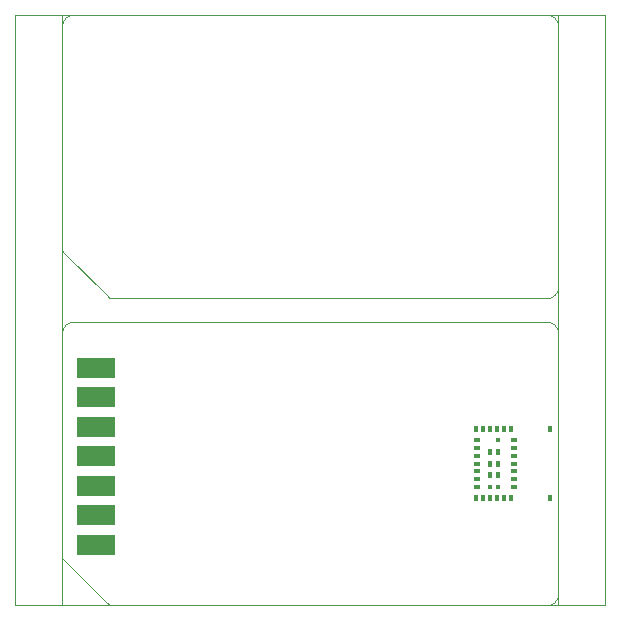
<source format=gtl>
G75*
%MOIN*%
%OFA0B0*%
%FSLAX24Y24*%
%IPPOS*%
%LPD*%
%AMOC8*
5,1,8,0,0,1.08239X$1,22.5*
%
%ADD10C,0.0000*%
%ADD11R,0.1299X0.0650*%
%ADD12R,0.0236X0.0118*%
%ADD13R,0.0118X0.0118*%
%ADD14R,0.0118X0.0236*%
D10*
X000100Y003758D02*
X000100Y023443D01*
X001675Y023443D01*
X001675Y003758D01*
X000100Y003758D01*
X001675Y003758D02*
X018210Y003758D01*
X018210Y023443D01*
X019785Y023443D01*
X019785Y003758D01*
X018210Y003758D01*
X017817Y003758D02*
X003331Y003758D01*
X003192Y003815D02*
X001732Y005275D01*
X001675Y005414D02*
X001675Y012813D01*
X001677Y012852D01*
X001683Y012890D01*
X001692Y012927D01*
X001705Y012964D01*
X001722Y012999D01*
X001741Y013032D01*
X001764Y013063D01*
X001790Y013092D01*
X001819Y013118D01*
X001850Y013141D01*
X001883Y013160D01*
X001918Y013177D01*
X001955Y013190D01*
X001992Y013199D01*
X002030Y013205D01*
X002069Y013207D01*
X017817Y013207D01*
X017856Y013205D01*
X017894Y013199D01*
X017931Y013190D01*
X017968Y013177D01*
X018003Y013160D01*
X018036Y013141D01*
X018067Y013118D01*
X018096Y013092D01*
X018122Y013063D01*
X018145Y013032D01*
X018164Y012999D01*
X018181Y012964D01*
X018194Y012927D01*
X018203Y012890D01*
X018209Y012852D01*
X018211Y012813D01*
X018210Y012813D02*
X018210Y004152D01*
X018211Y004152D02*
X018209Y004113D01*
X018203Y004075D01*
X018194Y004038D01*
X018181Y004001D01*
X018164Y003966D01*
X018145Y003933D01*
X018122Y003902D01*
X018096Y003873D01*
X018067Y003847D01*
X018036Y003824D01*
X018003Y003805D01*
X017968Y003788D01*
X017931Y003775D01*
X017894Y003766D01*
X017856Y003760D01*
X017817Y003758D01*
X017817Y013994D02*
X003331Y013994D01*
X003192Y014052D02*
X001732Y015511D01*
X001675Y015650D02*
X001675Y023049D01*
X001675Y023443D02*
X018210Y023443D01*
X018210Y023049D02*
X018210Y014388D01*
X018211Y014388D02*
X018209Y014349D01*
X018203Y014311D01*
X018194Y014274D01*
X018181Y014237D01*
X018164Y014202D01*
X018145Y014169D01*
X018122Y014138D01*
X018096Y014109D01*
X018067Y014083D01*
X018036Y014060D01*
X018003Y014041D01*
X017968Y014024D01*
X017931Y014011D01*
X017894Y014002D01*
X017856Y013996D01*
X017817Y013994D01*
X018211Y023049D02*
X018209Y023088D01*
X018203Y023126D01*
X018194Y023163D01*
X018181Y023200D01*
X018164Y023235D01*
X018145Y023268D01*
X018122Y023299D01*
X018096Y023328D01*
X018067Y023354D01*
X018036Y023377D01*
X018003Y023396D01*
X017968Y023413D01*
X017931Y023426D01*
X017894Y023435D01*
X017856Y023441D01*
X017817Y023443D01*
X002069Y023443D01*
X002030Y023441D01*
X001992Y023435D01*
X001955Y023426D01*
X001918Y023413D01*
X001883Y023396D01*
X001850Y023377D01*
X001819Y023354D01*
X001790Y023328D01*
X001764Y023299D01*
X001741Y023268D01*
X001722Y023235D01*
X001705Y023200D01*
X001692Y023163D01*
X001683Y023126D01*
X001677Y023088D01*
X001675Y023049D01*
X001675Y015650D02*
X001677Y015624D01*
X001682Y015599D01*
X001690Y015575D01*
X001701Y015551D01*
X001716Y015530D01*
X001733Y015511D01*
X003192Y014052D02*
X003211Y014035D01*
X003232Y014020D01*
X003256Y014009D01*
X003280Y014001D01*
X003305Y013996D01*
X003331Y013994D01*
X001675Y005414D02*
X001677Y005388D01*
X001682Y005363D01*
X001690Y005339D01*
X001701Y005315D01*
X001716Y005294D01*
X001733Y005275D01*
X003192Y003816D02*
X003211Y003799D01*
X003232Y003784D01*
X003256Y003773D01*
X003280Y003765D01*
X003305Y003760D01*
X003331Y003758D01*
D11*
X002817Y005766D03*
X002817Y006750D03*
X002817Y007734D03*
X002817Y008718D03*
X002817Y009703D03*
X002817Y010687D03*
X002817Y011671D03*
D12*
X015494Y009250D03*
X015494Y008994D03*
X015494Y008738D03*
X015494Y008482D03*
X015494Y008226D03*
X015494Y007970D03*
X015494Y007715D03*
X016754Y007715D03*
X016754Y007970D03*
X016754Y008226D03*
X016754Y008482D03*
X016754Y008738D03*
X016754Y008994D03*
X016754Y009250D03*
D13*
X016193Y009250D03*
X016193Y007715D03*
X015937Y007715D03*
D14*
X015937Y008089D03*
X016193Y008089D03*
X016193Y008482D03*
X015937Y008482D03*
X015937Y008876D03*
X016193Y008876D03*
X016183Y009624D03*
X016419Y009624D03*
X016655Y009624D03*
X015946Y009624D03*
X015710Y009624D03*
X015474Y009624D03*
X015474Y007341D03*
X015710Y007341D03*
X015946Y007341D03*
X016183Y007341D03*
X016419Y007341D03*
X016655Y007341D03*
X017954Y007341D03*
X017954Y009624D03*
M02*

</source>
